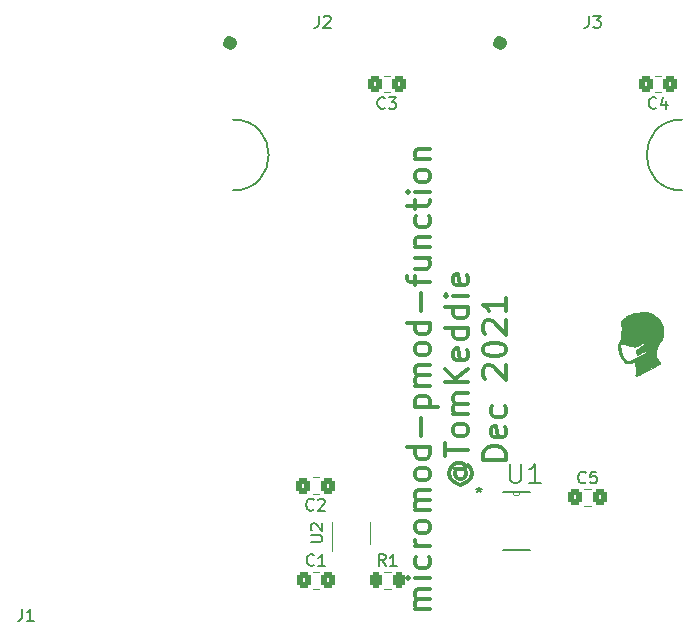
<source format=gto>
%TF.GenerationSoftware,KiCad,Pcbnew,6.0.0-rc2-unknown-fe148df57e~144~ubuntu20.04.1*%
%TF.CreationDate,2021-12-26T07:15:28-08:00*%
%TF.ProjectId,micromod-pmod-function,6d696372-6f6d-46f6-942d-706d6f642d66,rev?*%
%TF.SameCoordinates,Original*%
%TF.FileFunction,Legend,Top*%
%TF.FilePolarity,Positive*%
%FSLAX46Y46*%
G04 Gerber Fmt 4.6, Leading zero omitted, Abs format (unit mm)*
G04 Created by KiCad (PCBNEW 6.0.0-rc2-unknown-fe148df57e~144~ubuntu20.04.1) date 2021-12-26 07:15:28*
%MOMM*%
%LPD*%
G01*
G04 APERTURE LIST*
G04 Aperture macros list*
%AMRoundRect*
0 Rectangle with rounded corners*
0 $1 Rounding radius*
0 $2 $3 $4 $5 $6 $7 $8 $9 X,Y pos of 4 corners*
0 Add a 4 corners polygon primitive as box body*
4,1,4,$2,$3,$4,$5,$6,$7,$8,$9,$2,$3,0*
0 Add four circle primitives for the rounded corners*
1,1,$1+$1,$2,$3*
1,1,$1+$1,$4,$5*
1,1,$1+$1,$6,$7*
1,1,$1+$1,$8,$9*
0 Add four rect primitives between the rounded corners*
20,1,$1+$1,$2,$3,$4,$5,0*
20,1,$1+$1,$4,$5,$6,$7,0*
20,1,$1+$1,$6,$7,$8,$9,0*
20,1,$1+$1,$8,$9,$2,$3,0*%
G04 Aperture macros list end*
%ADD10C,0.300000*%
%ADD11C,0.150000*%
%ADD12C,0.120000*%
%ADD13C,1.000000*%
%ADD14C,0.200000*%
%ADD15C,0.152400*%
%ADD16C,0.100000*%
%ADD17C,0.010000*%
%ADD18R,0.650000X1.060000*%
%ADD19O,1.700000X2.540000*%
%ADD20RoundRect,0.250000X0.325000X0.450000X-0.325000X0.450000X-0.325000X-0.450000X0.325000X-0.450000X0*%
%ADD21R,0.350000X2.000000*%
%ADD22R,1.981200X0.558800*%
%ADD23RoundRect,0.250000X-0.325000X-0.450000X0.325000X-0.450000X0.325000X0.450000X-0.325000X0.450000X0*%
%ADD24RoundRect,0.243750X-0.243750X-0.456250X0.243750X-0.456250X0.243750X0.456250X-0.243750X0.456250X0*%
G04 APERTURE END LIST*
D10*
X197684761Y-144476190D02*
X196351428Y-144476190D01*
X196541904Y-144476190D02*
X196446666Y-144380952D01*
X196351428Y-144190476D01*
X196351428Y-143904761D01*
X196446666Y-143714285D01*
X196637142Y-143619047D01*
X197684761Y-143619047D01*
X196637142Y-143619047D02*
X196446666Y-143523809D01*
X196351428Y-143333333D01*
X196351428Y-143047619D01*
X196446666Y-142857142D01*
X196637142Y-142761904D01*
X197684761Y-142761904D01*
X197684761Y-141809523D02*
X196351428Y-141809523D01*
X195684761Y-141809523D02*
X195780000Y-141904761D01*
X195875238Y-141809523D01*
X195780000Y-141714285D01*
X195684761Y-141809523D01*
X195875238Y-141809523D01*
X197589523Y-140000000D02*
X197684761Y-140190476D01*
X197684761Y-140571428D01*
X197589523Y-140761904D01*
X197494285Y-140857142D01*
X197303809Y-140952380D01*
X196732380Y-140952380D01*
X196541904Y-140857142D01*
X196446666Y-140761904D01*
X196351428Y-140571428D01*
X196351428Y-140190476D01*
X196446666Y-140000000D01*
X197684761Y-139142857D02*
X196351428Y-139142857D01*
X196732380Y-139142857D02*
X196541904Y-139047619D01*
X196446666Y-138952380D01*
X196351428Y-138761904D01*
X196351428Y-138571428D01*
X197684761Y-137619047D02*
X197589523Y-137809523D01*
X197494285Y-137904761D01*
X197303809Y-138000000D01*
X196732380Y-138000000D01*
X196541904Y-137904761D01*
X196446666Y-137809523D01*
X196351428Y-137619047D01*
X196351428Y-137333333D01*
X196446666Y-137142857D01*
X196541904Y-137047619D01*
X196732380Y-136952380D01*
X197303809Y-136952380D01*
X197494285Y-137047619D01*
X197589523Y-137142857D01*
X197684761Y-137333333D01*
X197684761Y-137619047D01*
X197684761Y-136095238D02*
X196351428Y-136095238D01*
X196541904Y-136095238D02*
X196446666Y-136000000D01*
X196351428Y-135809523D01*
X196351428Y-135523809D01*
X196446666Y-135333333D01*
X196637142Y-135238095D01*
X197684761Y-135238095D01*
X196637142Y-135238095D02*
X196446666Y-135142857D01*
X196351428Y-134952380D01*
X196351428Y-134666666D01*
X196446666Y-134476190D01*
X196637142Y-134380952D01*
X197684761Y-134380952D01*
X197684761Y-133142857D02*
X197589523Y-133333333D01*
X197494285Y-133428571D01*
X197303809Y-133523809D01*
X196732380Y-133523809D01*
X196541904Y-133428571D01*
X196446666Y-133333333D01*
X196351428Y-133142857D01*
X196351428Y-132857142D01*
X196446666Y-132666666D01*
X196541904Y-132571428D01*
X196732380Y-132476190D01*
X197303809Y-132476190D01*
X197494285Y-132571428D01*
X197589523Y-132666666D01*
X197684761Y-132857142D01*
X197684761Y-133142857D01*
X197684761Y-130761904D02*
X195684761Y-130761904D01*
X197589523Y-130761904D02*
X197684761Y-130952380D01*
X197684761Y-131333333D01*
X197589523Y-131523809D01*
X197494285Y-131619047D01*
X197303809Y-131714285D01*
X196732380Y-131714285D01*
X196541904Y-131619047D01*
X196446666Y-131523809D01*
X196351428Y-131333333D01*
X196351428Y-130952380D01*
X196446666Y-130761904D01*
X196922857Y-129809523D02*
X196922857Y-128285714D01*
X196351428Y-127333333D02*
X198351428Y-127333333D01*
X196446666Y-127333333D02*
X196351428Y-127142857D01*
X196351428Y-126761904D01*
X196446666Y-126571428D01*
X196541904Y-126476190D01*
X196732380Y-126380952D01*
X197303809Y-126380952D01*
X197494285Y-126476190D01*
X197589523Y-126571428D01*
X197684761Y-126761904D01*
X197684761Y-127142857D01*
X197589523Y-127333333D01*
X197684761Y-125523809D02*
X196351428Y-125523809D01*
X196541904Y-125523809D02*
X196446666Y-125428571D01*
X196351428Y-125238095D01*
X196351428Y-124952380D01*
X196446666Y-124761904D01*
X196637142Y-124666666D01*
X197684761Y-124666666D01*
X196637142Y-124666666D02*
X196446666Y-124571428D01*
X196351428Y-124380952D01*
X196351428Y-124095238D01*
X196446666Y-123904761D01*
X196637142Y-123809523D01*
X197684761Y-123809523D01*
X197684761Y-122571428D02*
X197589523Y-122761904D01*
X197494285Y-122857142D01*
X197303809Y-122952380D01*
X196732380Y-122952380D01*
X196541904Y-122857142D01*
X196446666Y-122761904D01*
X196351428Y-122571428D01*
X196351428Y-122285714D01*
X196446666Y-122095238D01*
X196541904Y-122000000D01*
X196732380Y-121904761D01*
X197303809Y-121904761D01*
X197494285Y-122000000D01*
X197589523Y-122095238D01*
X197684761Y-122285714D01*
X197684761Y-122571428D01*
X197684761Y-120190476D02*
X195684761Y-120190476D01*
X197589523Y-120190476D02*
X197684761Y-120380952D01*
X197684761Y-120761904D01*
X197589523Y-120952380D01*
X197494285Y-121047619D01*
X197303809Y-121142857D01*
X196732380Y-121142857D01*
X196541904Y-121047619D01*
X196446666Y-120952380D01*
X196351428Y-120761904D01*
X196351428Y-120380952D01*
X196446666Y-120190476D01*
X196922857Y-119238095D02*
X196922857Y-117714285D01*
X196351428Y-117047619D02*
X196351428Y-116285714D01*
X197684761Y-116761904D02*
X195970476Y-116761904D01*
X195780000Y-116666666D01*
X195684761Y-116476190D01*
X195684761Y-116285714D01*
X196351428Y-114761904D02*
X197684761Y-114761904D01*
X196351428Y-115619047D02*
X197399047Y-115619047D01*
X197589523Y-115523809D01*
X197684761Y-115333333D01*
X197684761Y-115047619D01*
X197589523Y-114857142D01*
X197494285Y-114761904D01*
X196351428Y-113809523D02*
X197684761Y-113809523D01*
X196541904Y-113809523D02*
X196446666Y-113714285D01*
X196351428Y-113523809D01*
X196351428Y-113238095D01*
X196446666Y-113047619D01*
X196637142Y-112952380D01*
X197684761Y-112952380D01*
X197589523Y-111142857D02*
X197684761Y-111333333D01*
X197684761Y-111714285D01*
X197589523Y-111904761D01*
X197494285Y-112000000D01*
X197303809Y-112095238D01*
X196732380Y-112095238D01*
X196541904Y-112000000D01*
X196446666Y-111904761D01*
X196351428Y-111714285D01*
X196351428Y-111333333D01*
X196446666Y-111142857D01*
X196351428Y-110571428D02*
X196351428Y-109809523D01*
X195684761Y-110285714D02*
X197399047Y-110285714D01*
X197589523Y-110190476D01*
X197684761Y-110000000D01*
X197684761Y-109809523D01*
X197684761Y-109142857D02*
X196351428Y-109142857D01*
X195684761Y-109142857D02*
X195780000Y-109238095D01*
X195875238Y-109142857D01*
X195780000Y-109047619D01*
X195684761Y-109142857D01*
X195875238Y-109142857D01*
X197684761Y-107904761D02*
X197589523Y-108095238D01*
X197494285Y-108190476D01*
X197303809Y-108285714D01*
X196732380Y-108285714D01*
X196541904Y-108190476D01*
X196446666Y-108095238D01*
X196351428Y-107904761D01*
X196351428Y-107619047D01*
X196446666Y-107428571D01*
X196541904Y-107333333D01*
X196732380Y-107238095D01*
X197303809Y-107238095D01*
X197494285Y-107333333D01*
X197589523Y-107428571D01*
X197684761Y-107619047D01*
X197684761Y-107904761D01*
X196351428Y-106380952D02*
X197684761Y-106380952D01*
X196541904Y-106380952D02*
X196446666Y-106285714D01*
X196351428Y-106095238D01*
X196351428Y-105809523D01*
X196446666Y-105619047D01*
X196637142Y-105523809D01*
X197684761Y-105523809D01*
X199952380Y-132571428D02*
X199857142Y-132666666D01*
X199761904Y-132857142D01*
X199761904Y-133047619D01*
X199857142Y-133238095D01*
X199952380Y-133333333D01*
X200142857Y-133428571D01*
X200333333Y-133428571D01*
X200523809Y-133333333D01*
X200619047Y-133238095D01*
X200714285Y-133047619D01*
X200714285Y-132857142D01*
X200619047Y-132666666D01*
X200523809Y-132571428D01*
X199761904Y-132571428D02*
X200523809Y-132571428D01*
X200619047Y-132476190D01*
X200619047Y-132380952D01*
X200523809Y-132190476D01*
X200333333Y-132095238D01*
X199857142Y-132095238D01*
X199571428Y-132285714D01*
X199380952Y-132571428D01*
X199285714Y-132952380D01*
X199380952Y-133333333D01*
X199571428Y-133619047D01*
X199857142Y-133809523D01*
X200238095Y-133904761D01*
X200619047Y-133809523D01*
X200904761Y-133619047D01*
X201095238Y-133333333D01*
X201190476Y-132952380D01*
X201095238Y-132571428D01*
X200904761Y-132285714D01*
X198904761Y-131523809D02*
X198904761Y-130380952D01*
X200904761Y-130952380D02*
X198904761Y-130952380D01*
X200904761Y-129428571D02*
X200809523Y-129619047D01*
X200714285Y-129714285D01*
X200523809Y-129809523D01*
X199952380Y-129809523D01*
X199761904Y-129714285D01*
X199666666Y-129619047D01*
X199571428Y-129428571D01*
X199571428Y-129142857D01*
X199666666Y-128952380D01*
X199761904Y-128857142D01*
X199952380Y-128761904D01*
X200523809Y-128761904D01*
X200714285Y-128857142D01*
X200809523Y-128952380D01*
X200904761Y-129142857D01*
X200904761Y-129428571D01*
X200904761Y-127904761D02*
X199571428Y-127904761D01*
X199761904Y-127904761D02*
X199666666Y-127809523D01*
X199571428Y-127619047D01*
X199571428Y-127333333D01*
X199666666Y-127142857D01*
X199857142Y-127047619D01*
X200904761Y-127047619D01*
X199857142Y-127047619D02*
X199666666Y-126952380D01*
X199571428Y-126761904D01*
X199571428Y-126476190D01*
X199666666Y-126285714D01*
X199857142Y-126190476D01*
X200904761Y-126190476D01*
X200904761Y-125238095D02*
X198904761Y-125238095D01*
X200904761Y-124095238D02*
X199761904Y-124952380D01*
X198904761Y-124095238D02*
X200047619Y-125238095D01*
X200809523Y-122476190D02*
X200904761Y-122666666D01*
X200904761Y-123047619D01*
X200809523Y-123238095D01*
X200619047Y-123333333D01*
X199857142Y-123333333D01*
X199666666Y-123238095D01*
X199571428Y-123047619D01*
X199571428Y-122666666D01*
X199666666Y-122476190D01*
X199857142Y-122380952D01*
X200047619Y-122380952D01*
X200238095Y-123333333D01*
X200904761Y-120666666D02*
X198904761Y-120666666D01*
X200809523Y-120666666D02*
X200904761Y-120857142D01*
X200904761Y-121238095D01*
X200809523Y-121428571D01*
X200714285Y-121523809D01*
X200523809Y-121619047D01*
X199952380Y-121619047D01*
X199761904Y-121523809D01*
X199666666Y-121428571D01*
X199571428Y-121238095D01*
X199571428Y-120857142D01*
X199666666Y-120666666D01*
X200904761Y-118857142D02*
X198904761Y-118857142D01*
X200809523Y-118857142D02*
X200904761Y-119047619D01*
X200904761Y-119428571D01*
X200809523Y-119619047D01*
X200714285Y-119714285D01*
X200523809Y-119809523D01*
X199952380Y-119809523D01*
X199761904Y-119714285D01*
X199666666Y-119619047D01*
X199571428Y-119428571D01*
X199571428Y-119047619D01*
X199666666Y-118857142D01*
X200904761Y-117904761D02*
X199571428Y-117904761D01*
X198904761Y-117904761D02*
X199000000Y-118000000D01*
X199095238Y-117904761D01*
X199000000Y-117809523D01*
X198904761Y-117904761D01*
X199095238Y-117904761D01*
X200809523Y-116190476D02*
X200904761Y-116380952D01*
X200904761Y-116761904D01*
X200809523Y-116952380D01*
X200619047Y-117047619D01*
X199857142Y-117047619D01*
X199666666Y-116952380D01*
X199571428Y-116761904D01*
X199571428Y-116380952D01*
X199666666Y-116190476D01*
X199857142Y-116095238D01*
X200047619Y-116095238D01*
X200238095Y-117047619D01*
X204124761Y-131809523D02*
X202124761Y-131809523D01*
X202124761Y-131333333D01*
X202220000Y-131047619D01*
X202410476Y-130857142D01*
X202600952Y-130761904D01*
X202981904Y-130666666D01*
X203267619Y-130666666D01*
X203648571Y-130761904D01*
X203839047Y-130857142D01*
X204029523Y-131047619D01*
X204124761Y-131333333D01*
X204124761Y-131809523D01*
X204029523Y-129047619D02*
X204124761Y-129238095D01*
X204124761Y-129619047D01*
X204029523Y-129809523D01*
X203839047Y-129904761D01*
X203077142Y-129904761D01*
X202886666Y-129809523D01*
X202791428Y-129619047D01*
X202791428Y-129238095D01*
X202886666Y-129047619D01*
X203077142Y-128952380D01*
X203267619Y-128952380D01*
X203458095Y-129904761D01*
X204029523Y-127238095D02*
X204124761Y-127428571D01*
X204124761Y-127809523D01*
X204029523Y-128000000D01*
X203934285Y-128095238D01*
X203743809Y-128190476D01*
X203172380Y-128190476D01*
X202981904Y-128095238D01*
X202886666Y-128000000D01*
X202791428Y-127809523D01*
X202791428Y-127428571D01*
X202886666Y-127238095D01*
X202315238Y-124952380D02*
X202220000Y-124857142D01*
X202124761Y-124666666D01*
X202124761Y-124190476D01*
X202220000Y-124000000D01*
X202315238Y-123904761D01*
X202505714Y-123809523D01*
X202696190Y-123809523D01*
X202981904Y-123904761D01*
X204124761Y-125047619D01*
X204124761Y-123809523D01*
X202124761Y-122571428D02*
X202124761Y-122380952D01*
X202220000Y-122190476D01*
X202315238Y-122095238D01*
X202505714Y-122000000D01*
X202886666Y-121904761D01*
X203362857Y-121904761D01*
X203743809Y-122000000D01*
X203934285Y-122095238D01*
X204029523Y-122190476D01*
X204124761Y-122380952D01*
X204124761Y-122571428D01*
X204029523Y-122761904D01*
X203934285Y-122857142D01*
X203743809Y-122952380D01*
X203362857Y-123047619D01*
X202886666Y-123047619D01*
X202505714Y-122952380D01*
X202315238Y-122857142D01*
X202220000Y-122761904D01*
X202124761Y-122571428D01*
X202315238Y-121142857D02*
X202220000Y-121047619D01*
X202124761Y-120857142D01*
X202124761Y-120380952D01*
X202220000Y-120190476D01*
X202315238Y-120095238D01*
X202505714Y-120000000D01*
X202696190Y-120000000D01*
X202981904Y-120095238D01*
X204124761Y-121238095D01*
X204124761Y-120000000D01*
X204124761Y-118095238D02*
X204124761Y-119238095D01*
X204124761Y-118666666D02*
X202124761Y-118666666D01*
X202410476Y-118857142D01*
X202600952Y-119047619D01*
X202696190Y-119238095D01*
D11*
%TO.C,U2*%
X187552380Y-138761904D02*
X188361904Y-138761904D01*
X188457142Y-138714285D01*
X188504761Y-138666666D01*
X188552380Y-138571428D01*
X188552380Y-138380952D01*
X188504761Y-138285714D01*
X188457142Y-138238095D01*
X188361904Y-138190476D01*
X187552380Y-138190476D01*
X187647619Y-137761904D02*
X187600000Y-137714285D01*
X187552380Y-137619047D01*
X187552380Y-137380952D01*
X187600000Y-137285714D01*
X187647619Y-137238095D01*
X187742857Y-137190476D01*
X187838095Y-137190476D01*
X187980952Y-137238095D01*
X188552380Y-137809523D01*
X188552380Y-137190476D01*
%TO.C,J3*%
X211096666Y-94220880D02*
X211096666Y-94935166D01*
X211049047Y-95078023D01*
X210953809Y-95173261D01*
X210810952Y-95220880D01*
X210715714Y-95220880D01*
X211477619Y-94220880D02*
X212096666Y-94220880D01*
X211763333Y-94601833D01*
X211906190Y-94601833D01*
X212001428Y-94649452D01*
X212049047Y-94697071D01*
X212096666Y-94792309D01*
X212096666Y-95030404D01*
X212049047Y-95125642D01*
X212001428Y-95173261D01*
X211906190Y-95220880D01*
X211620476Y-95220880D01*
X211525238Y-95173261D01*
X211477619Y-95125642D01*
%TO.C,C2*%
X187808333Y-136007142D02*
X187760714Y-136054761D01*
X187617857Y-136102380D01*
X187522619Y-136102380D01*
X187379761Y-136054761D01*
X187284523Y-135959523D01*
X187236904Y-135864285D01*
X187189285Y-135673809D01*
X187189285Y-135530952D01*
X187236904Y-135340476D01*
X187284523Y-135245238D01*
X187379761Y-135150000D01*
X187522619Y-135102380D01*
X187617857Y-135102380D01*
X187760714Y-135150000D01*
X187808333Y-135197619D01*
X188189285Y-135197619D02*
X188236904Y-135150000D01*
X188332142Y-135102380D01*
X188570238Y-135102380D01*
X188665476Y-135150000D01*
X188713095Y-135197619D01*
X188760714Y-135292857D01*
X188760714Y-135388095D01*
X188713095Y-135530952D01*
X188141666Y-136102380D01*
X188760714Y-136102380D01*
%TO.C,J1*%
X163121309Y-144452380D02*
X163121309Y-145166666D01*
X163073690Y-145309523D01*
X162978452Y-145404761D01*
X162835595Y-145452380D01*
X162740357Y-145452380D01*
X164121309Y-145452380D02*
X163549880Y-145452380D01*
X163835595Y-145452380D02*
X163835595Y-144452380D01*
X163740357Y-144595238D01*
X163645119Y-144690476D01*
X163549880Y-144738095D01*
%TO.C,J2*%
X188236666Y-94220880D02*
X188236666Y-94935166D01*
X188189047Y-95078023D01*
X188093809Y-95173261D01*
X187950952Y-95220880D01*
X187855714Y-95220880D01*
X188665238Y-94316119D02*
X188712857Y-94268500D01*
X188808095Y-94220880D01*
X189046190Y-94220880D01*
X189141428Y-94268500D01*
X189189047Y-94316119D01*
X189236666Y-94411357D01*
X189236666Y-94506595D01*
X189189047Y-94649452D01*
X188617619Y-95220880D01*
X189236666Y-95220880D01*
%TO.C,U1*%
X204435228Y-132155901D02*
X204435228Y-133485993D01*
X204513469Y-133642475D01*
X204591710Y-133720716D01*
X204748191Y-133798956D01*
X205061154Y-133798956D01*
X205217635Y-133720716D01*
X205295876Y-133642475D01*
X205374117Y-133485993D01*
X205374117Y-132155901D01*
X207017172Y-133798956D02*
X206078283Y-133798956D01*
X206547727Y-133798956D02*
X206547727Y-132155901D01*
X206391246Y-132390623D01*
X206234765Y-132547105D01*
X206078283Y-132625346D01*
X201796870Y-134113125D02*
X201796870Y-134351423D01*
X201558572Y-134256104D02*
X201796870Y-134351423D01*
X202035167Y-134256104D01*
X201653891Y-134542061D02*
X201796870Y-134351423D01*
X201939848Y-134542061D01*
%TO.C,C1*%
X187833333Y-140707142D02*
X187785714Y-140754761D01*
X187642857Y-140802380D01*
X187547619Y-140802380D01*
X187404761Y-140754761D01*
X187309523Y-140659523D01*
X187261904Y-140564285D01*
X187214285Y-140373809D01*
X187214285Y-140230952D01*
X187261904Y-140040476D01*
X187309523Y-139945238D01*
X187404761Y-139850000D01*
X187547619Y-139802380D01*
X187642857Y-139802380D01*
X187785714Y-139850000D01*
X187833333Y-139897619D01*
X188785714Y-140802380D02*
X188214285Y-140802380D01*
X188500000Y-140802380D02*
X188500000Y-139802380D01*
X188404761Y-139945238D01*
X188309523Y-140040476D01*
X188214285Y-140088095D01*
%TO.C,C4*%
X216808333Y-102007142D02*
X216760714Y-102054761D01*
X216617857Y-102102380D01*
X216522619Y-102102380D01*
X216379761Y-102054761D01*
X216284523Y-101959523D01*
X216236904Y-101864285D01*
X216189285Y-101673809D01*
X216189285Y-101530952D01*
X216236904Y-101340476D01*
X216284523Y-101245238D01*
X216379761Y-101150000D01*
X216522619Y-101102380D01*
X216617857Y-101102380D01*
X216760714Y-101150000D01*
X216808333Y-101197619D01*
X217665476Y-101435714D02*
X217665476Y-102102380D01*
X217427380Y-101054761D02*
X217189285Y-101769047D01*
X217808333Y-101769047D01*
%TO.C,R1*%
X193895833Y-140802380D02*
X193562500Y-140326190D01*
X193324404Y-140802380D02*
X193324404Y-139802380D01*
X193705357Y-139802380D01*
X193800595Y-139850000D01*
X193848214Y-139897619D01*
X193895833Y-139992857D01*
X193895833Y-140135714D01*
X193848214Y-140230952D01*
X193800595Y-140278571D01*
X193705357Y-140326190D01*
X193324404Y-140326190D01*
X194848214Y-140802380D02*
X194276785Y-140802380D01*
X194562500Y-140802380D02*
X194562500Y-139802380D01*
X194467261Y-139945238D01*
X194372023Y-140040476D01*
X194276785Y-140088095D01*
%TO.C,C5*%
X210833333Y-133707142D02*
X210785714Y-133754761D01*
X210642857Y-133802380D01*
X210547619Y-133802380D01*
X210404761Y-133754761D01*
X210309523Y-133659523D01*
X210261904Y-133564285D01*
X210214285Y-133373809D01*
X210214285Y-133230952D01*
X210261904Y-133040476D01*
X210309523Y-132945238D01*
X210404761Y-132850000D01*
X210547619Y-132802380D01*
X210642857Y-132802380D01*
X210785714Y-132850000D01*
X210833333Y-132897619D01*
X211738095Y-132802380D02*
X211261904Y-132802380D01*
X211214285Y-133278571D01*
X211261904Y-133230952D01*
X211357142Y-133183333D01*
X211595238Y-133183333D01*
X211690476Y-133230952D01*
X211738095Y-133278571D01*
X211785714Y-133373809D01*
X211785714Y-133611904D01*
X211738095Y-133707142D01*
X211690476Y-133754761D01*
X211595238Y-133802380D01*
X211357142Y-133802380D01*
X211261904Y-133754761D01*
X211214285Y-133707142D01*
%TO.C,C3*%
X193833333Y-102007142D02*
X193785714Y-102054761D01*
X193642857Y-102102380D01*
X193547619Y-102102380D01*
X193404761Y-102054761D01*
X193309523Y-101959523D01*
X193261904Y-101864285D01*
X193214285Y-101673809D01*
X193214285Y-101530952D01*
X193261904Y-101340476D01*
X193309523Y-101245238D01*
X193404761Y-101150000D01*
X193547619Y-101102380D01*
X193642857Y-101102380D01*
X193785714Y-101150000D01*
X193833333Y-101197619D01*
X194166666Y-101102380D02*
X194785714Y-101102380D01*
X194452380Y-101483333D01*
X194595238Y-101483333D01*
X194690476Y-101530952D01*
X194738095Y-101578571D01*
X194785714Y-101673809D01*
X194785714Y-101911904D01*
X194738095Y-102007142D01*
X194690476Y-102054761D01*
X194595238Y-102102380D01*
X194309523Y-102102380D01*
X194214285Y-102054761D01*
X194166666Y-102007142D01*
D12*
%TO.C,U2*%
X189390000Y-137100000D02*
X189390000Y-139550000D01*
X192610000Y-138900000D02*
X192610000Y-137100000D01*
D13*
%TO.C,J3*%
X203670000Y-96508500D02*
G75*
G03*
X203670000Y-96508500I-100000J0D01*
G01*
D12*
%TO.C,C2*%
X188236252Y-134710000D02*
X187713748Y-134710000D01*
X188236252Y-133290000D02*
X187713748Y-133290000D01*
D14*
%TO.C,J1*%
X219000000Y-103000000D02*
G75*
G03*
X219000000Y-109000000I0J-3000000D01*
G01*
X181000000Y-109000000D02*
G75*
G03*
X181000000Y-103000000I0J3000000D01*
G01*
D13*
%TO.C,J2*%
X180810000Y-96508500D02*
G75*
G03*
X180810000Y-96508500I-100000J0D01*
G01*
D15*
%TO.C,U1*%
X206168400Y-134561600D02*
X205304800Y-134561600D01*
X204695200Y-134561600D02*
X203831600Y-134561600D01*
X205304800Y-134561600D02*
X204695200Y-134561600D01*
X203831600Y-139438400D02*
X206168400Y-139438400D01*
D16*
X204695200Y-134561600D02*
G75*
G03*
X205304800Y-134561600I304800J0D01*
G01*
D12*
%TO.C,C1*%
X187738748Y-142710000D02*
X188261252Y-142710000D01*
X187738748Y-141290000D02*
X188261252Y-141290000D01*
%TO.C,C4*%
X217236252Y-99290000D02*
X216713748Y-99290000D01*
X217236252Y-100710000D02*
X216713748Y-100710000D01*
%TO.C,R1*%
X193803922Y-142710000D02*
X194321078Y-142710000D01*
X193803922Y-141290000D02*
X194321078Y-141290000D01*
%TO.C,C5*%
X210738748Y-134290000D02*
X211261252Y-134290000D01*
X210738748Y-135710000D02*
X211261252Y-135710000D01*
%TO.C,C3*%
X194261252Y-100710000D02*
X193738748Y-100710000D01*
X194261252Y-99290000D02*
X193738748Y-99290000D01*
D17*
%TO.C,H1*%
X215839584Y-119298278D02*
X215998137Y-119317896D01*
X215998137Y-119317896D02*
X216263936Y-119388933D01*
X216263936Y-119388933D02*
X216510323Y-119496251D01*
X216510323Y-119496251D02*
X216734482Y-119637218D01*
X216734482Y-119637218D02*
X216933597Y-119809200D01*
X216933597Y-119809200D02*
X217104855Y-120009564D01*
X217104855Y-120009564D02*
X217245439Y-120235679D01*
X217245439Y-120235679D02*
X217352535Y-120484911D01*
X217352535Y-120484911D02*
X217394280Y-120623640D01*
X217394280Y-120623640D02*
X217417264Y-120753116D01*
X217417264Y-120753116D02*
X217428240Y-120907008D01*
X217428240Y-120907008D02*
X217427218Y-121069139D01*
X217427218Y-121069139D02*
X217414208Y-121223331D01*
X217414208Y-121223331D02*
X217393882Y-121335448D01*
X217393882Y-121335448D02*
X217345399Y-121482374D01*
X217345399Y-121482374D02*
X217270240Y-121645001D01*
X217270240Y-121645001D02*
X217174267Y-121811949D01*
X217174267Y-121811949D02*
X217071848Y-121960611D01*
X217071848Y-121960611D02*
X217016243Y-122036752D01*
X217016243Y-122036752D02*
X216967209Y-122107853D01*
X216967209Y-122107853D02*
X216933144Y-122161616D01*
X216933144Y-122161616D02*
X216926953Y-122172809D01*
X216926953Y-122172809D02*
X216892081Y-122261348D01*
X216892081Y-122261348D02*
X216860532Y-122380633D01*
X216860532Y-122380633D02*
X216834384Y-122519094D01*
X216834384Y-122519094D02*
X216815712Y-122665159D01*
X216815712Y-122665159D02*
X216806593Y-122807260D01*
X216806593Y-122807260D02*
X216806031Y-122846667D01*
X216806031Y-122846667D02*
X216811688Y-123000001D01*
X216811688Y-123000001D02*
X216832005Y-123124543D01*
X216832005Y-123124543D02*
X216871462Y-123232589D01*
X216871462Y-123232589D02*
X216934539Y-123336438D01*
X216934539Y-123336438D02*
X217024902Y-123447471D01*
X217024902Y-123447471D02*
X217097249Y-123535149D01*
X217097249Y-123535149D02*
X217137948Y-123599286D01*
X217137948Y-123599286D02*
X217146875Y-123635186D01*
X217146875Y-123635186D02*
X217136971Y-123649682D01*
X217136971Y-123649682D02*
X217108922Y-123672327D01*
X217108922Y-123672327D02*
X217060330Y-123704486D01*
X217060330Y-123704486D02*
X216988797Y-123747523D01*
X216988797Y-123747523D02*
X216891924Y-123802805D01*
X216891924Y-123802805D02*
X216767311Y-123871695D01*
X216767311Y-123871695D02*
X216612561Y-123955558D01*
X216612561Y-123955558D02*
X216425274Y-124055760D01*
X216425274Y-124055760D02*
X216203051Y-124173665D01*
X216203051Y-124173665D02*
X216166750Y-124192859D01*
X216166750Y-124192859D02*
X215978269Y-124292069D01*
X215978269Y-124292069D02*
X215800160Y-124385023D01*
X215800160Y-124385023D02*
X215636096Y-124469860D01*
X215636096Y-124469860D02*
X215489746Y-124544719D01*
X215489746Y-124544719D02*
X215364782Y-124607740D01*
X215364782Y-124607740D02*
X215264874Y-124657060D01*
X215264874Y-124657060D02*
X215193695Y-124690820D01*
X215193695Y-124690820D02*
X215154915Y-124707158D01*
X215154915Y-124707158D02*
X215149692Y-124708416D01*
X215149692Y-124708416D02*
X215101488Y-124697482D01*
X215101488Y-124697482D02*
X215080900Y-124683933D01*
X215080900Y-124683933D02*
X215062637Y-124653860D01*
X215062637Y-124653860D02*
X215057143Y-124607672D01*
X215057143Y-124607672D02*
X215064661Y-124537720D01*
X215064661Y-124537720D02*
X215085436Y-124436353D01*
X215085436Y-124436353D02*
X215089326Y-124419605D01*
X215089326Y-124419605D02*
X215111891Y-124271749D01*
X215111891Y-124271749D02*
X215111003Y-124113429D01*
X215111003Y-124113429D02*
X215086104Y-123936382D01*
X215086104Y-123936382D02*
X215044865Y-123762125D01*
X215044865Y-123762125D02*
X215016465Y-123659812D01*
X215016465Y-123659812D02*
X214992280Y-123593234D01*
X214992280Y-123593234D02*
X214964633Y-123557498D01*
X214964633Y-123557498D02*
X214925845Y-123547711D01*
X214925845Y-123547711D02*
X214868241Y-123558980D01*
X214868241Y-123558980D02*
X214784143Y-123586410D01*
X214784143Y-123586410D02*
X214774374Y-123589721D01*
X214774374Y-123589721D02*
X214601417Y-123626983D01*
X214601417Y-123626983D02*
X214429305Y-123622653D01*
X214429305Y-123622653D02*
X214261721Y-123577377D01*
X214261721Y-123577377D02*
X214102345Y-123491802D01*
X214102345Y-123491802D02*
X214065654Y-123465285D01*
X214065654Y-123465285D02*
X213980749Y-123381058D01*
X213980749Y-123381058D02*
X213896802Y-123261840D01*
X213896802Y-123261840D02*
X213816616Y-123114931D01*
X213816616Y-123114931D02*
X213742993Y-122947633D01*
X213742993Y-122947633D02*
X213678735Y-122767247D01*
X213678735Y-122767247D02*
X213626645Y-122581074D01*
X213626645Y-122581074D02*
X213589526Y-122396416D01*
X213589526Y-122396416D02*
X213570179Y-122220574D01*
X213570179Y-122220574D02*
X213568235Y-122169333D01*
X213568235Y-122169333D02*
X213568325Y-122087970D01*
X213568325Y-122087970D02*
X213570258Y-122069613D01*
X213570258Y-122069613D02*
X213765173Y-122069613D01*
X213765173Y-122069613D02*
X213765658Y-122128239D01*
X213765658Y-122128239D02*
X213770962Y-122219386D01*
X213770962Y-122219386D02*
X213771015Y-122220201D01*
X213771015Y-122220201D02*
X213794986Y-122411058D01*
X213794986Y-122411058D02*
X213841474Y-122620431D01*
X213841474Y-122620431D02*
X213906792Y-122833587D01*
X213906792Y-122833587D02*
X213958656Y-122969746D01*
X213958656Y-122969746D02*
X214010952Y-123079702D01*
X214010952Y-123079702D02*
X214072437Y-123170875D01*
X214072437Y-123170875D02*
X214154490Y-123261362D01*
X214154490Y-123261362D02*
X214266167Y-123357203D01*
X214266167Y-123357203D02*
X214376629Y-123415399D01*
X214376629Y-123415399D02*
X214492903Y-123437229D01*
X214492903Y-123437229D02*
X214622016Y-123423971D01*
X214622016Y-123423971D02*
X214770993Y-123376903D01*
X214770993Y-123376903D02*
X214776807Y-123374598D01*
X214776807Y-123374598D02*
X214928289Y-123308380D01*
X214928289Y-123308380D02*
X215100696Y-123223350D01*
X215100696Y-123223350D02*
X215281226Y-123126278D01*
X215281226Y-123126278D02*
X215457079Y-123023936D01*
X215457079Y-123023936D02*
X215553939Y-122963513D01*
X215553939Y-122963513D02*
X215647752Y-122902118D01*
X215647752Y-122902118D02*
X215751174Y-122832572D01*
X215751174Y-122832572D02*
X215858442Y-122758963D01*
X215858442Y-122758963D02*
X215963792Y-122685382D01*
X215963792Y-122685382D02*
X216061463Y-122615918D01*
X216061463Y-122615918D02*
X216145691Y-122554660D01*
X216145691Y-122554660D02*
X216210713Y-122505697D01*
X216210713Y-122505697D02*
X216250766Y-122473119D01*
X216250766Y-122473119D02*
X216260965Y-122461801D01*
X216260965Y-122461801D02*
X216244612Y-122444457D01*
X216244612Y-122444457D02*
X216222262Y-122434740D01*
X216222262Y-122434740D02*
X216184681Y-122440101D01*
X216184681Y-122440101D02*
X216112487Y-122468768D01*
X216112487Y-122468768D02*
X216006243Y-122520490D01*
X216006243Y-122520490D02*
X215878303Y-122588550D01*
X215878303Y-122588550D02*
X215757140Y-122653634D01*
X215757140Y-122653634D02*
X215633683Y-122717832D01*
X215633683Y-122717832D02*
X215513795Y-122778321D01*
X215513795Y-122778321D02*
X215403334Y-122832278D01*
X215403334Y-122832278D02*
X215308162Y-122876881D01*
X215308162Y-122876881D02*
X215234139Y-122909309D01*
X215234139Y-122909309D02*
X215187125Y-122926737D01*
X215187125Y-122926737D02*
X215173060Y-122928210D01*
X215173060Y-122928210D02*
X215161595Y-122898305D01*
X215161595Y-122898305D02*
X215148404Y-122839209D01*
X215148404Y-122839209D02*
X215135593Y-122763893D01*
X215135593Y-122763893D02*
X215125269Y-122685326D01*
X215125269Y-122685326D02*
X215119536Y-122616477D01*
X215119536Y-122616477D02*
X215119000Y-122595314D01*
X215119000Y-122595314D02*
X215119230Y-122558971D01*
X215119230Y-122558971D02*
X215122488Y-122528520D01*
X215122488Y-122528520D02*
X215132627Y-122500388D01*
X215132627Y-122500388D02*
X215153499Y-122470997D01*
X215153499Y-122470997D02*
X215188958Y-122436772D01*
X215188958Y-122436772D02*
X215242857Y-122394137D01*
X215242857Y-122394137D02*
X215319047Y-122339517D01*
X215319047Y-122339517D02*
X215421381Y-122269336D01*
X215421381Y-122269336D02*
X215553713Y-122180018D01*
X215553713Y-122180018D02*
X215600183Y-122148724D01*
X215600183Y-122148724D02*
X215713893Y-122071643D01*
X215713893Y-122071643D02*
X215816043Y-122001461D01*
X215816043Y-122001461D02*
X215901269Y-121941939D01*
X215901269Y-121941939D02*
X215964208Y-121896839D01*
X215964208Y-121896839D02*
X215999493Y-121869924D01*
X215999493Y-121869924D02*
X216004723Y-121865017D01*
X216004723Y-121865017D02*
X216023731Y-121827011D01*
X216023731Y-121827011D02*
X216036263Y-121786912D01*
X216036263Y-121786912D02*
X216037879Y-121771757D01*
X216037879Y-121771757D02*
X216031336Y-121763909D01*
X216031336Y-121763909D02*
X216012587Y-121765020D01*
X216012587Y-121765020D02*
X215977584Y-121776741D01*
X215977584Y-121776741D02*
X215922281Y-121800725D01*
X215922281Y-121800725D02*
X215842630Y-121838623D01*
X215842630Y-121838623D02*
X215734583Y-121892086D01*
X215734583Y-121892086D02*
X215594094Y-121962767D01*
X215594094Y-121962767D02*
X215547057Y-121986543D01*
X215547057Y-121986543D02*
X215371837Y-122074055D01*
X215371837Y-122074055D02*
X215231315Y-122141710D01*
X215231315Y-122141710D02*
X215123325Y-122190463D01*
X215123325Y-122190463D02*
X215045699Y-122221271D01*
X215045699Y-122221271D02*
X214996274Y-122235091D01*
X214996274Y-122235091D02*
X214982241Y-122235995D01*
X214982241Y-122235995D02*
X214910234Y-122226058D01*
X214910234Y-122226058D02*
X214807383Y-122205524D01*
X214807383Y-122205524D02*
X214683146Y-122176759D01*
X214683146Y-122176759D02*
X214546978Y-122142131D01*
X214546978Y-122142131D02*
X214408337Y-122104004D01*
X214408337Y-122104004D02*
X214276679Y-122064747D01*
X214276679Y-122064747D02*
X214203085Y-122041005D01*
X214203085Y-122041005D02*
X214081300Y-122001332D01*
X214081300Y-122001332D02*
X213991720Y-121975603D01*
X213991720Y-121975603D02*
X213926906Y-121962907D01*
X213926906Y-121962907D02*
X213879423Y-121962332D01*
X213879423Y-121962332D02*
X213841832Y-121972967D01*
X213841832Y-121972967D02*
X213808460Y-121992659D01*
X213808460Y-121992659D02*
X213784991Y-122011443D01*
X213784991Y-122011443D02*
X213771089Y-122033887D01*
X213771089Y-122033887D02*
X213765173Y-122069613D01*
X213765173Y-122069613D02*
X213570258Y-122069613D01*
X213570258Y-122069613D02*
X213574986Y-122024735D01*
X213574986Y-122024735D02*
X213592530Y-121968705D01*
X213592530Y-121968705D02*
X213625270Y-121908959D01*
X213625270Y-121908959D02*
X213677519Y-121834576D01*
X213677519Y-121834576D02*
X213725400Y-121771359D01*
X213725400Y-121771359D02*
X213787665Y-121685962D01*
X213787665Y-121685962D02*
X213825052Y-121620423D01*
X213825052Y-121620423D02*
X213841240Y-121563348D01*
X213841240Y-121563348D02*
X213839909Y-121503342D01*
X213839909Y-121503342D02*
X213829491Y-121448975D01*
X213829491Y-121448975D02*
X213808371Y-121293571D01*
X213808371Y-121293571D02*
X213809971Y-121124848D01*
X213809971Y-121124848D02*
X213833299Y-120961899D01*
X213833299Y-120961899D02*
X213859600Y-120868251D01*
X213859600Y-120868251D02*
X213886461Y-120786941D01*
X213886461Y-120786941D02*
X213898706Y-120730250D01*
X213898706Y-120730250D02*
X213898028Y-120683733D01*
X213898028Y-120683733D02*
X213886839Y-120635418D01*
X213886839Y-120635418D02*
X213877207Y-120581335D01*
X213877207Y-120581335D02*
X213869111Y-120496382D01*
X213869111Y-120496382D02*
X213863378Y-120392020D01*
X213863378Y-120392020D02*
X213860835Y-120279707D01*
X213860835Y-120279707D02*
X213860810Y-120274917D01*
X213860810Y-120274917D02*
X213861120Y-120157415D01*
X213861120Y-120157415D02*
X213863902Y-120073965D01*
X213863902Y-120073965D02*
X213870099Y-120016314D01*
X213870099Y-120016314D02*
X213880651Y-119976208D01*
X213880651Y-119976208D02*
X213896502Y-119945395D01*
X213896502Y-119945395D02*
X213898815Y-119941914D01*
X213898815Y-119941914D02*
X213972398Y-119866614D01*
X213972398Y-119866614D02*
X214072069Y-119810577D01*
X214072069Y-119810577D02*
X214150625Y-119787505D01*
X214150625Y-119787505D02*
X214207070Y-119769299D01*
X214207070Y-119769299D02*
X214229869Y-119743935D01*
X214229869Y-119743935D02*
X214230000Y-119741766D01*
X214230000Y-119741766D02*
X214244037Y-119708108D01*
X214244037Y-119708108D02*
X214279007Y-119662415D01*
X214279007Y-119662415D02*
X214291872Y-119648872D01*
X214291872Y-119648872D02*
X214346152Y-119605787D01*
X214346152Y-119605787D02*
X214406087Y-119588710D01*
X214406087Y-119588710D02*
X214445708Y-119587000D01*
X214445708Y-119587000D02*
X214547073Y-119569769D01*
X214547073Y-119569769D02*
X214617842Y-119532523D01*
X214617842Y-119532523D02*
X214730855Y-119463683D01*
X214730855Y-119463683D02*
X214833747Y-119421786D01*
X214833747Y-119421786D02*
X214943684Y-119401411D01*
X214943684Y-119401411D02*
X215046895Y-119396965D01*
X215046895Y-119396965D02*
X215200728Y-119386931D01*
X215200728Y-119386931D02*
X215331849Y-119356203D01*
X215331849Y-119356203D02*
X215343228Y-119352285D01*
X215343228Y-119352285D02*
X215490855Y-119315119D01*
X215490855Y-119315119D02*
X215661419Y-119296848D01*
X215661419Y-119296848D02*
X215839584Y-119298278D01*
X215839584Y-119298278D02*
X215839584Y-119298278D01*
G36*
X213592530Y-121968705D02*
G01*
X213625270Y-121908959D01*
X213677519Y-121834576D01*
X213725400Y-121771359D01*
X213787665Y-121685962D01*
X213825052Y-121620423D01*
X213841240Y-121563348D01*
X213839909Y-121503342D01*
X213829491Y-121448975D01*
X213808371Y-121293571D01*
X213809971Y-121124848D01*
X213833299Y-120961899D01*
X213859600Y-120868251D01*
X213886461Y-120786941D01*
X213898706Y-120730250D01*
X213898028Y-120683733D01*
X213886839Y-120635418D01*
X213877207Y-120581335D01*
X213869111Y-120496382D01*
X213863378Y-120392020D01*
X213860835Y-120279707D01*
X213860810Y-120274917D01*
X213861120Y-120157415D01*
X213863902Y-120073965D01*
X213870099Y-120016314D01*
X213880651Y-119976208D01*
X213896502Y-119945395D01*
X213898815Y-119941914D01*
X213972398Y-119866614D01*
X214072069Y-119810577D01*
X214150625Y-119787505D01*
X214207070Y-119769299D01*
X214229869Y-119743935D01*
X214230000Y-119741766D01*
X214244037Y-119708108D01*
X214279007Y-119662415D01*
X214291872Y-119648872D01*
X214346152Y-119605787D01*
X214406087Y-119588710D01*
X214445708Y-119587000D01*
X214547073Y-119569769D01*
X214617842Y-119532523D01*
X214730855Y-119463683D01*
X214833747Y-119421786D01*
X214943684Y-119401411D01*
X215046895Y-119396965D01*
X215200728Y-119386931D01*
X215331849Y-119356203D01*
X215343228Y-119352285D01*
X215490855Y-119315119D01*
X215661419Y-119296848D01*
X215839584Y-119298278D01*
X215998137Y-119317896D01*
X216263936Y-119388933D01*
X216510323Y-119496251D01*
X216734482Y-119637218D01*
X216933597Y-119809200D01*
X217104855Y-120009564D01*
X217245439Y-120235679D01*
X217352535Y-120484911D01*
X217394280Y-120623640D01*
X217417264Y-120753116D01*
X217428240Y-120907008D01*
X217427218Y-121069139D01*
X217414208Y-121223331D01*
X217393882Y-121335448D01*
X217345399Y-121482374D01*
X217270240Y-121645001D01*
X217174267Y-121811949D01*
X217071848Y-121960611D01*
X217016243Y-122036752D01*
X216967209Y-122107853D01*
X216933144Y-122161616D01*
X216926953Y-122172809D01*
X216892081Y-122261348D01*
X216860532Y-122380633D01*
X216834384Y-122519094D01*
X216815712Y-122665159D01*
X216806593Y-122807260D01*
X216806031Y-122846667D01*
X216811688Y-123000001D01*
X216832005Y-123124543D01*
X216871462Y-123232589D01*
X216934539Y-123336438D01*
X217024902Y-123447471D01*
X217097249Y-123535149D01*
X217137948Y-123599286D01*
X217146875Y-123635186D01*
X217136971Y-123649682D01*
X217108922Y-123672327D01*
X217060330Y-123704486D01*
X216988797Y-123747523D01*
X216891924Y-123802805D01*
X216767311Y-123871695D01*
X216612561Y-123955558D01*
X216425274Y-124055760D01*
X216203051Y-124173665D01*
X216166750Y-124192859D01*
X215978269Y-124292069D01*
X215800160Y-124385023D01*
X215636096Y-124469860D01*
X215489746Y-124544719D01*
X215364782Y-124607740D01*
X215264874Y-124657060D01*
X215193695Y-124690820D01*
X215154915Y-124707158D01*
X215149692Y-124708416D01*
X215101488Y-124697482D01*
X215080900Y-124683933D01*
X215062637Y-124653860D01*
X215057143Y-124607672D01*
X215064661Y-124537720D01*
X215085436Y-124436353D01*
X215089326Y-124419605D01*
X215111891Y-124271749D01*
X215111003Y-124113429D01*
X215086104Y-123936382D01*
X215044865Y-123762125D01*
X215016465Y-123659812D01*
X214992280Y-123593234D01*
X214964633Y-123557498D01*
X214925845Y-123547711D01*
X214868241Y-123558980D01*
X214784143Y-123586410D01*
X214774374Y-123589721D01*
X214601417Y-123626983D01*
X214429305Y-123622653D01*
X214261721Y-123577377D01*
X214102345Y-123491802D01*
X214065654Y-123465285D01*
X213980749Y-123381058D01*
X213896802Y-123261840D01*
X213816616Y-123114931D01*
X213742993Y-122947633D01*
X213678735Y-122767247D01*
X213626645Y-122581074D01*
X213589526Y-122396416D01*
X213570179Y-122220574D01*
X213568235Y-122169333D01*
X213568325Y-122087970D01*
X213570258Y-122069613D01*
X213765173Y-122069613D01*
X213765658Y-122128239D01*
X213770962Y-122219386D01*
X213771015Y-122220201D01*
X213794986Y-122411058D01*
X213841474Y-122620431D01*
X213906792Y-122833587D01*
X213958656Y-122969746D01*
X214010952Y-123079702D01*
X214072437Y-123170875D01*
X214154490Y-123261362D01*
X214266167Y-123357203D01*
X214376629Y-123415399D01*
X214492903Y-123437229D01*
X214622016Y-123423971D01*
X214770993Y-123376903D01*
X214776807Y-123374598D01*
X214928289Y-123308380D01*
X215100696Y-123223350D01*
X215281226Y-123126278D01*
X215457079Y-123023936D01*
X215553939Y-122963513D01*
X215647752Y-122902118D01*
X215751174Y-122832572D01*
X215858442Y-122758963D01*
X215963792Y-122685382D01*
X216061463Y-122615918D01*
X216145691Y-122554660D01*
X216210713Y-122505697D01*
X216250766Y-122473119D01*
X216260965Y-122461801D01*
X216244612Y-122444457D01*
X216222262Y-122434740D01*
X216184681Y-122440101D01*
X216112487Y-122468768D01*
X216006243Y-122520490D01*
X215878303Y-122588550D01*
X215757140Y-122653634D01*
X215633683Y-122717832D01*
X215513795Y-122778321D01*
X215403334Y-122832278D01*
X215308162Y-122876881D01*
X215234139Y-122909309D01*
X215187125Y-122926737D01*
X215173060Y-122928210D01*
X215161595Y-122898305D01*
X215148404Y-122839209D01*
X215135593Y-122763893D01*
X215125269Y-122685326D01*
X215119536Y-122616477D01*
X215119000Y-122595314D01*
X215119230Y-122558971D01*
X215122488Y-122528520D01*
X215132627Y-122500388D01*
X215153499Y-122470997D01*
X215188958Y-122436772D01*
X215242857Y-122394137D01*
X215319047Y-122339517D01*
X215421381Y-122269336D01*
X215553713Y-122180018D01*
X215600183Y-122148724D01*
X215713893Y-122071643D01*
X215816043Y-122001461D01*
X215901269Y-121941939D01*
X215964208Y-121896839D01*
X215999493Y-121869924D01*
X216004723Y-121865017D01*
X216023731Y-121827011D01*
X216036263Y-121786912D01*
X216037879Y-121771757D01*
X216031336Y-121763909D01*
X216012587Y-121765020D01*
X215977584Y-121776741D01*
X215922281Y-121800725D01*
X215842630Y-121838623D01*
X215734583Y-121892086D01*
X215594094Y-121962767D01*
X215547057Y-121986543D01*
X215371837Y-122074055D01*
X215231315Y-122141710D01*
X215123325Y-122190463D01*
X215045699Y-122221271D01*
X214996274Y-122235091D01*
X214982241Y-122235995D01*
X214910234Y-122226058D01*
X214807383Y-122205524D01*
X214683146Y-122176759D01*
X214546978Y-122142131D01*
X214408337Y-122104004D01*
X214276679Y-122064747D01*
X214203085Y-122041005D01*
X214081300Y-122001332D01*
X213991720Y-121975603D01*
X213926906Y-121962907D01*
X213879423Y-121962332D01*
X213841832Y-121972967D01*
X213808460Y-121992659D01*
X213784991Y-122011443D01*
X213771089Y-122033887D01*
X213765173Y-122069613D01*
X213570258Y-122069613D01*
X213574986Y-122024735D01*
X213592530Y-121968705D01*
G37*
X213592530Y-121968705D02*
X213625270Y-121908959D01*
X213677519Y-121834576D01*
X213725400Y-121771359D01*
X213787665Y-121685962D01*
X213825052Y-121620423D01*
X213841240Y-121563348D01*
X213839909Y-121503342D01*
X213829491Y-121448975D01*
X213808371Y-121293571D01*
X213809971Y-121124848D01*
X213833299Y-120961899D01*
X213859600Y-120868251D01*
X213886461Y-120786941D01*
X213898706Y-120730250D01*
X213898028Y-120683733D01*
X213886839Y-120635418D01*
X213877207Y-120581335D01*
X213869111Y-120496382D01*
X213863378Y-120392020D01*
X213860835Y-120279707D01*
X213860810Y-120274917D01*
X213861120Y-120157415D01*
X213863902Y-120073965D01*
X213870099Y-120016314D01*
X213880651Y-119976208D01*
X213896502Y-119945395D01*
X213898815Y-119941914D01*
X213972398Y-119866614D01*
X214072069Y-119810577D01*
X214150625Y-119787505D01*
X214207070Y-119769299D01*
X214229869Y-119743935D01*
X214230000Y-119741766D01*
X214244037Y-119708108D01*
X214279007Y-119662415D01*
X214291872Y-119648872D01*
X214346152Y-119605787D01*
X214406087Y-119588710D01*
X214445708Y-119587000D01*
X214547073Y-119569769D01*
X214617842Y-119532523D01*
X214730855Y-119463683D01*
X214833747Y-119421786D01*
X214943684Y-119401411D01*
X215046895Y-119396965D01*
X215200728Y-119386931D01*
X215331849Y-119356203D01*
X215343228Y-119352285D01*
X215490855Y-119315119D01*
X215661419Y-119296848D01*
X215839584Y-119298278D01*
X215998137Y-119317896D01*
X216263936Y-119388933D01*
X216510323Y-119496251D01*
X216734482Y-119637218D01*
X216933597Y-119809200D01*
X217104855Y-120009564D01*
X217245439Y-120235679D01*
X217352535Y-120484911D01*
X217394280Y-120623640D01*
X217417264Y-120753116D01*
X217428240Y-120907008D01*
X217427218Y-121069139D01*
X217414208Y-121223331D01*
X217393882Y-121335448D01*
X217345399Y-121482374D01*
X217270240Y-121645001D01*
X217174267Y-121811949D01*
X217071848Y-121960611D01*
X217016243Y-122036752D01*
X216967209Y-122107853D01*
X216933144Y-122161616D01*
X216926953Y-122172809D01*
X216892081Y-122261348D01*
X216860532Y-122380633D01*
X216834384Y-122519094D01*
X216815712Y-122665159D01*
X216806593Y-122807260D01*
X216806031Y-122846667D01*
X216811688Y-123000001D01*
X216832005Y-123124543D01*
X216871462Y-123232589D01*
X216934539Y-123336438D01*
X217024902Y-123447471D01*
X217097249Y-123535149D01*
X217137948Y-123599286D01*
X217146875Y-123635186D01*
X217136971Y-123649682D01*
X217108922Y-123672327D01*
X217060330Y-123704486D01*
X216988797Y-123747523D01*
X216891924Y-123802805D01*
X216767311Y-123871695D01*
X216612561Y-123955558D01*
X216425274Y-124055760D01*
X216203051Y-124173665D01*
X216166750Y-124192859D01*
X215978269Y-124292069D01*
X215800160Y-124385023D01*
X215636096Y-124469860D01*
X215489746Y-124544719D01*
X215364782Y-124607740D01*
X215264874Y-124657060D01*
X215193695Y-124690820D01*
X215154915Y-124707158D01*
X215149692Y-124708416D01*
X215101488Y-124697482D01*
X215080900Y-124683933D01*
X215062637Y-124653860D01*
X215057143Y-124607672D01*
X215064661Y-124537720D01*
X215085436Y-124436353D01*
X215089326Y-124419605D01*
X215111891Y-124271749D01*
X215111003Y-124113429D01*
X215086104Y-123936382D01*
X215044865Y-123762125D01*
X215016465Y-123659812D01*
X214992280Y-123593234D01*
X214964633Y-123557498D01*
X214925845Y-123547711D01*
X214868241Y-123558980D01*
X214784143Y-123586410D01*
X214774374Y-123589721D01*
X214601417Y-123626983D01*
X214429305Y-123622653D01*
X214261721Y-123577377D01*
X214102345Y-123491802D01*
X214065654Y-123465285D01*
X213980749Y-123381058D01*
X213896802Y-123261840D01*
X213816616Y-123114931D01*
X213742993Y-122947633D01*
X213678735Y-122767247D01*
X213626645Y-122581074D01*
X213589526Y-122396416D01*
X213570179Y-122220574D01*
X213568235Y-122169333D01*
X213568325Y-122087970D01*
X213570258Y-122069613D01*
X213765173Y-122069613D01*
X213765658Y-122128239D01*
X213770962Y-122219386D01*
X213771015Y-122220201D01*
X213794986Y-122411058D01*
X213841474Y-122620431D01*
X213906792Y-122833587D01*
X213958656Y-122969746D01*
X214010952Y-123079702D01*
X214072437Y-123170875D01*
X214154490Y-123261362D01*
X214266167Y-123357203D01*
X214376629Y-123415399D01*
X214492903Y-123437229D01*
X214622016Y-123423971D01*
X214770993Y-123376903D01*
X214776807Y-123374598D01*
X214928289Y-123308380D01*
X215100696Y-123223350D01*
X215281226Y-123126278D01*
X215457079Y-123023936D01*
X215553939Y-122963513D01*
X215647752Y-122902118D01*
X215751174Y-122832572D01*
X215858442Y-122758963D01*
X215963792Y-122685382D01*
X216061463Y-122615918D01*
X216145691Y-122554660D01*
X216210713Y-122505697D01*
X216250766Y-122473119D01*
X216260965Y-122461801D01*
X216244612Y-122444457D01*
X216222262Y-122434740D01*
X216184681Y-122440101D01*
X216112487Y-122468768D01*
X216006243Y-122520490D01*
X215878303Y-122588550D01*
X215757140Y-122653634D01*
X215633683Y-122717832D01*
X215513795Y-122778321D01*
X215403334Y-122832278D01*
X215308162Y-122876881D01*
X215234139Y-122909309D01*
X215187125Y-122926737D01*
X215173060Y-122928210D01*
X215161595Y-122898305D01*
X215148404Y-122839209D01*
X215135593Y-122763893D01*
X215125269Y-122685326D01*
X215119536Y-122616477D01*
X215119000Y-122595314D01*
X215119230Y-122558971D01*
X215122488Y-122528520D01*
X215132627Y-122500388D01*
X215153499Y-122470997D01*
X215188958Y-122436772D01*
X215242857Y-122394137D01*
X215319047Y-122339517D01*
X215421381Y-122269336D01*
X215553713Y-122180018D01*
X215600183Y-122148724D01*
X215713893Y-122071643D01*
X215816043Y-122001461D01*
X215901269Y-121941939D01*
X215964208Y-121896839D01*
X215999493Y-121869924D01*
X216004723Y-121865017D01*
X216023731Y-121827011D01*
X216036263Y-121786912D01*
X216037879Y-121771757D01*
X216031336Y-121763909D01*
X216012587Y-121765020D01*
X215977584Y-121776741D01*
X215922281Y-121800725D01*
X215842630Y-121838623D01*
X215734583Y-121892086D01*
X215594094Y-121962767D01*
X215547057Y-121986543D01*
X215371837Y-122074055D01*
X215231315Y-122141710D01*
X215123325Y-122190463D01*
X215045699Y-122221271D01*
X214996274Y-122235091D01*
X214982241Y-122235995D01*
X214910234Y-122226058D01*
X214807383Y-122205524D01*
X214683146Y-122176759D01*
X214546978Y-122142131D01*
X214408337Y-122104004D01*
X214276679Y-122064747D01*
X214203085Y-122041005D01*
X214081300Y-122001332D01*
X213991720Y-121975603D01*
X213926906Y-121962907D01*
X213879423Y-121962332D01*
X213841832Y-121972967D01*
X213808460Y-121992659D01*
X213784991Y-122011443D01*
X213771089Y-122033887D01*
X213765173Y-122069613D01*
X213570258Y-122069613D01*
X213574986Y-122024735D01*
X213592530Y-121968705D01*
%TD*%
%LPC*%
D18*
%TO.C,U2*%
X190050000Y-139100000D03*
X191000000Y-139100000D03*
X191950000Y-139100000D03*
X191950000Y-136900000D03*
X190050000Y-136900000D03*
%TD*%
D19*
%TO.C,J3*%
X205080000Y-96438500D03*
X207620000Y-96438500D03*
X210160000Y-96438500D03*
X212700000Y-96438500D03*
X215240000Y-96438500D03*
X217780000Y-96438500D03*
X205080000Y-93098500D03*
X207620000Y-93098500D03*
X210160000Y-93098500D03*
X212700000Y-93098500D03*
X215240000Y-93098500D03*
X217780000Y-93098500D03*
%TD*%
D20*
%TO.C,C2*%
X189000000Y-134000000D03*
X186950000Y-134000000D03*
%TD*%
D21*
%TO.C,J1*%
X209250000Y-149000000D03*
X208750000Y-149000000D03*
X208250000Y-149000000D03*
X207750000Y-149000000D03*
X207250000Y-149000000D03*
X206750000Y-149000000D03*
X206250000Y-149000000D03*
X205750000Y-149000000D03*
X205250000Y-149000000D03*
X204750000Y-149000000D03*
X204250000Y-149000000D03*
X203750000Y-149000000D03*
X201250000Y-149000000D03*
X200750000Y-149000000D03*
X200250000Y-149000000D03*
X199750000Y-149000000D03*
X199250000Y-149000000D03*
X198750000Y-149000000D03*
X198250000Y-149000000D03*
X197750000Y-149000000D03*
X197250000Y-149000000D03*
X196750000Y-149000000D03*
X196250000Y-149000000D03*
X195750000Y-149000000D03*
X195250000Y-149000000D03*
X194750000Y-149000000D03*
X194250000Y-149000000D03*
X193750000Y-149000000D03*
X193250000Y-149000000D03*
X192750000Y-149000000D03*
X192250000Y-149000000D03*
X191750000Y-149000000D03*
X191250000Y-149000000D03*
X190750000Y-149000000D03*
%TD*%
D19*
%TO.C,J2*%
X182220000Y-96438500D03*
X184760000Y-96438500D03*
X187300000Y-96438500D03*
X189840000Y-96438500D03*
X192380000Y-96438500D03*
X194920000Y-96438500D03*
X182220000Y-93098500D03*
X184760000Y-93098500D03*
X187300000Y-93098500D03*
X189840000Y-93098500D03*
X192380000Y-93098500D03*
X194920000Y-93098500D03*
%TD*%
D22*
%TO.C,U1*%
X202637800Y-135095000D03*
X202637800Y-136365000D03*
X202637800Y-137635000D03*
X202637800Y-138905000D03*
X207362200Y-138905000D03*
X207362200Y-137635000D03*
X207362200Y-136365000D03*
X207362200Y-135095000D03*
%TD*%
D23*
%TO.C,C1*%
X186975000Y-142000000D03*
X189025000Y-142000000D03*
%TD*%
D20*
%TO.C,C4*%
X218000000Y-100000000D03*
X215950000Y-100000000D03*
%TD*%
D24*
%TO.C,R1*%
X193125000Y-142000000D03*
X195000000Y-142000000D03*
%TD*%
D23*
%TO.C,C5*%
X209975000Y-135000000D03*
X212025000Y-135000000D03*
%TD*%
D20*
%TO.C,C3*%
X195025000Y-100000000D03*
X192975000Y-100000000D03*
%TD*%
M02*

</source>
